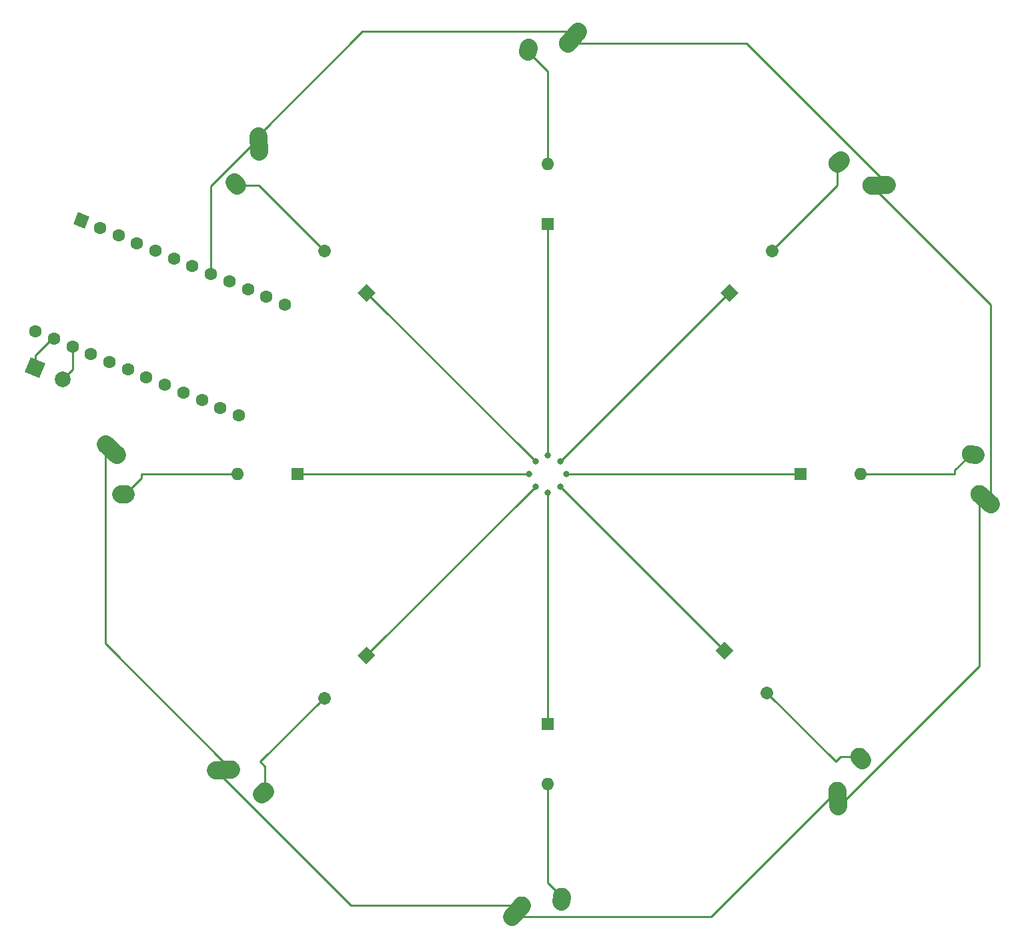
<source format=gbr>
G04 #@! TF.GenerationSoftware,KiCad,Pcbnew,(5.1.5)-3*
G04 #@! TF.CreationDate,2020-04-06T14:53:39-04:00*
G04 #@! TF.ProjectId,OctoPad,4f63746f-5061-4642-9e6b-696361645f70,rev?*
G04 #@! TF.SameCoordinates,Original*
G04 #@! TF.FileFunction,Copper,L1,Top*
G04 #@! TF.FilePolarity,Positive*
%FSLAX46Y46*%
G04 Gerber Fmt 4.6, Leading zero omitted, Abs format (unit mm)*
G04 Created by KiCad (PCBNEW (5.1.5)-3) date 2020-04-06 14:53:39*
%MOMM*%
%LPD*%
G04 APERTURE LIST*
%ADD10C,1.998980*%
%ADD11C,0.100000*%
%ADD12C,2.250000*%
%ADD13C,2.250000*%
%ADD14C,1.600000*%
%ADD15C,1.600000*%
%ADD16O,1.600000X1.600000*%
%ADD17R,1.600000X1.600000*%
%ADD18C,0.800000*%
%ADD19C,0.250000*%
G04 APERTURE END LIST*
D10*
X97976231Y-102264274D03*
G04 #@! TA.AperFunction,ComponentPad*
D11*
G36*
X93150353Y-101347170D02*
G01*
X93915330Y-99500353D01*
X95762147Y-100265330D01*
X94997170Y-102112147D01*
X93150353Y-101347170D01*
G37*
G04 #@! TD.AperFunction*
D12*
X214281250Y-116800000D03*
D13*
X215741250Y-118110000D02*
X214281250Y-116799998D01*
D12*
X213201250Y-111760000D03*
D13*
X213781250Y-111800000D02*
X213201250Y-111760000D01*
D14*
X94508605Y-96150124D03*
X96855259Y-97122140D03*
X99201913Y-98094156D03*
X101548567Y-99066172D03*
X103895221Y-100038188D03*
X106241875Y-101010204D03*
X108588529Y-101982220D03*
X110935183Y-102954236D03*
X113281837Y-103926252D03*
X115628491Y-104898268D03*
X117975145Y-105870284D03*
X120321799Y-106842300D03*
X126153895Y-92762376D03*
X123807241Y-91790360D03*
X121460587Y-90818344D03*
X119113933Y-89846328D03*
X116767279Y-88874312D03*
X114420625Y-87902296D03*
X112073971Y-86930280D03*
X109727317Y-85958264D03*
X107380663Y-84986248D03*
X105034009Y-84014232D03*
X102687355Y-83042216D03*
G04 #@! TA.AperFunction,ComponentPad*
D11*
G36*
X99295451Y-82503157D02*
G01*
X99907744Y-81024950D01*
X101385951Y-81637243D01*
X100773658Y-83115450D01*
X99295451Y-82503157D01*
G37*
G04 #@! TD.AperFunction*
D12*
X196222556Y-154514340D03*
D13*
X196328622Y-156473026D02*
X196222558Y-154514340D01*
D12*
X199022699Y-150186846D03*
D13*
X199404536Y-150625253D02*
X199022698Y-150186847D01*
D12*
X200551840Y-77621194D03*
D13*
X202510526Y-77515128D02*
X200551840Y-77621192D01*
D12*
X196224346Y-74821051D03*
D13*
X196662753Y-74439214D02*
X196224347Y-74821052D01*
D12*
X162043750Y-59562500D03*
D13*
X163353750Y-58102500D02*
X162043748Y-59562500D01*
D12*
X157003750Y-60642500D03*
D13*
X157043750Y-60062500D02*
X157003750Y-60642500D01*
D12*
X122864944Y-73291910D03*
D13*
X122758878Y-71333224D02*
X122864942Y-73291910D01*
D12*
X120064801Y-77619404D03*
D13*
X119682964Y-77180997D02*
X120064802Y-77619403D01*
D12*
X104806250Y-111800000D03*
D13*
X103346250Y-110490000D02*
X104806250Y-111800002D01*
D12*
X105886250Y-116840000D03*
D13*
X105306250Y-116800000D02*
X105886250Y-116840000D01*
D12*
X119329410Y-151772556D03*
D13*
X117370724Y-151878622D02*
X119329410Y-151772558D01*
D12*
X123656904Y-154572699D03*
D13*
X123218497Y-154954536D02*
X123656903Y-154572698D01*
D12*
X156250000Y-169037500D03*
D13*
X154940000Y-170497500D02*
X156250002Y-169037500D01*
D12*
X161290000Y-167957500D03*
D13*
X161250000Y-168537500D02*
X161290000Y-167957500D01*
D15*
X187325000Y-142081250D02*
X187325000Y-142081250D01*
G04 #@! TA.AperFunction,ComponentPad*
D11*
G36*
X180805475Y-136693096D02*
G01*
X181936846Y-135561725D01*
X183068217Y-136693096D01*
X181936846Y-137824467D01*
X180805475Y-136693096D01*
G37*
G04 #@! TD.AperFunction*
D16*
X199231250Y-114300000D03*
D17*
X191611250Y-114300000D03*
D15*
X187950654Y-85893096D02*
X187950654Y-85893096D01*
G04 #@! TA.AperFunction,ComponentPad*
D11*
G36*
X182562500Y-92412621D02*
G01*
X181431129Y-91281250D01*
X182562500Y-90149879D01*
X183693871Y-91281250D01*
X182562500Y-92412621D01*
G37*
G04 #@! TD.AperFunction*
D16*
X159543750Y-74930000D03*
D17*
X159543750Y-82550000D03*
D15*
X131136846Y-85893096D02*
X131136846Y-85893096D01*
G04 #@! TA.AperFunction,ComponentPad*
D11*
G36*
X137656371Y-91281250D02*
G01*
X136525000Y-92412621D01*
X135393629Y-91281250D01*
X136525000Y-90149879D01*
X137656371Y-91281250D01*
G37*
G04 #@! TD.AperFunction*
D16*
X120173750Y-114300000D03*
D17*
X127793750Y-114300000D03*
D15*
X131136846Y-142706904D02*
X131136846Y-142706904D01*
G04 #@! TA.AperFunction,ComponentPad*
D11*
G36*
X136525000Y-136187379D02*
G01*
X137656371Y-137318750D01*
X136525000Y-138450121D01*
X135393629Y-137318750D01*
X136525000Y-136187379D01*
G37*
G04 #@! TD.AperFunction*
D16*
X159543750Y-153670000D03*
D17*
X159543750Y-146050000D03*
D18*
X159543750Y-116681250D03*
X157956250Y-115887500D03*
X157162500Y-114300000D03*
X157956250Y-112712500D03*
X159543750Y-111918750D03*
X161131250Y-112712500D03*
X161925000Y-114300000D03*
X161131250Y-115887500D03*
D19*
X161250000Y-167917500D02*
X161250000Y-168537500D01*
X159543750Y-166211250D02*
X161290000Y-167957500D01*
X159543750Y-153670000D02*
X159543750Y-166211250D01*
X159543750Y-146050000D02*
X159543750Y-119856250D01*
X159543750Y-119856250D02*
X159543750Y-116681250D01*
X123656904Y-154516129D02*
X123218497Y-154954536D01*
X131136846Y-142706904D02*
X123031250Y-150812500D01*
X123656904Y-151438154D02*
X123656904Y-154572699D01*
X123031250Y-150812500D02*
X123656904Y-151438154D01*
X136525000Y-137318750D02*
X157956250Y-115887500D01*
X120173750Y-114300000D02*
X107950000Y-114300000D01*
X105926250Y-116800000D02*
X105306250Y-116800000D01*
X107950000Y-114776250D02*
X105926250Y-116800000D01*
X107950000Y-114300000D02*
X107950000Y-114776250D01*
X127793750Y-114300000D02*
X157162500Y-114300000D01*
X120121371Y-77619404D02*
X119682964Y-77180997D01*
X122863154Y-77619404D02*
X120121371Y-77619404D01*
X131136846Y-85893096D02*
X122863154Y-77619404D01*
X136525000Y-91281250D02*
X157956250Y-112712500D01*
X159543750Y-63182500D02*
X157043750Y-60682500D01*
X157043750Y-60682500D02*
X157043750Y-60062500D01*
X159543750Y-74930000D02*
X159543750Y-63182500D01*
X159543750Y-82550000D02*
X159543750Y-111918750D01*
X196224346Y-74877621D02*
X196662753Y-74439214D01*
X196224346Y-77619404D02*
X196224346Y-74877621D01*
X187950654Y-85893096D02*
X196224346Y-77619404D01*
X182562500Y-91281250D02*
X161131250Y-112712500D01*
X199231250Y-114300000D02*
X211137500Y-114300000D01*
X213161250Y-111800000D02*
X213781250Y-111800000D01*
X211137500Y-113823750D02*
X213161250Y-111800000D01*
X211137500Y-114300000D02*
X211137500Y-113823750D01*
X191611250Y-114300000D02*
X161925000Y-114300000D01*
X196681904Y-150186846D02*
X199022699Y-150186846D01*
X187325000Y-142081250D02*
X196056250Y-150812500D01*
X196056250Y-150812500D02*
X196681904Y-150186846D01*
X181936846Y-136693096D02*
X161131250Y-115887500D01*
X134529602Y-169037500D02*
X156250000Y-169037500D01*
X117370724Y-151878622D02*
X134529602Y-169037500D01*
X214281250Y-138680526D02*
X214281250Y-118390990D01*
X214281250Y-118390990D02*
X214281250Y-116800000D01*
X196488750Y-156473026D02*
X214281250Y-138680526D01*
X196328622Y-156473026D02*
X196488750Y-156473026D01*
X215741250Y-92810604D02*
X200551840Y-77621194D01*
X215741250Y-118110000D02*
X215741250Y-92810604D01*
X163634740Y-59562500D02*
X162043750Y-59562500D01*
X184718026Y-59562500D02*
X163634740Y-59562500D01*
X202510526Y-77355000D02*
X184718026Y-59562500D01*
X202510526Y-77515128D02*
X202510526Y-77355000D01*
X103346250Y-135789396D02*
X119329410Y-151772556D01*
X103346250Y-110490000D02*
X103346250Y-135789396D01*
X180239396Y-170497500D02*
X196222556Y-154514340D01*
X154940000Y-170497500D02*
X180239396Y-170497500D01*
X122758878Y-71333224D02*
X122758878Y-71709872D01*
X116767279Y-77701471D02*
X116767279Y-88874312D01*
X122758878Y-71709872D02*
X116767279Y-77701471D01*
X135989602Y-58102500D02*
X122758878Y-71333224D01*
X163353750Y-58102500D02*
X135989602Y-58102500D01*
X96855259Y-97122140D02*
X96855259Y-96855259D01*
X94456250Y-99254268D02*
X94456250Y-100806250D01*
X96855259Y-96855259D02*
X94456250Y-99254268D01*
X99201913Y-101038592D02*
X97976231Y-102264274D01*
X99201913Y-98094156D02*
X99201913Y-101038592D01*
M02*

</source>
